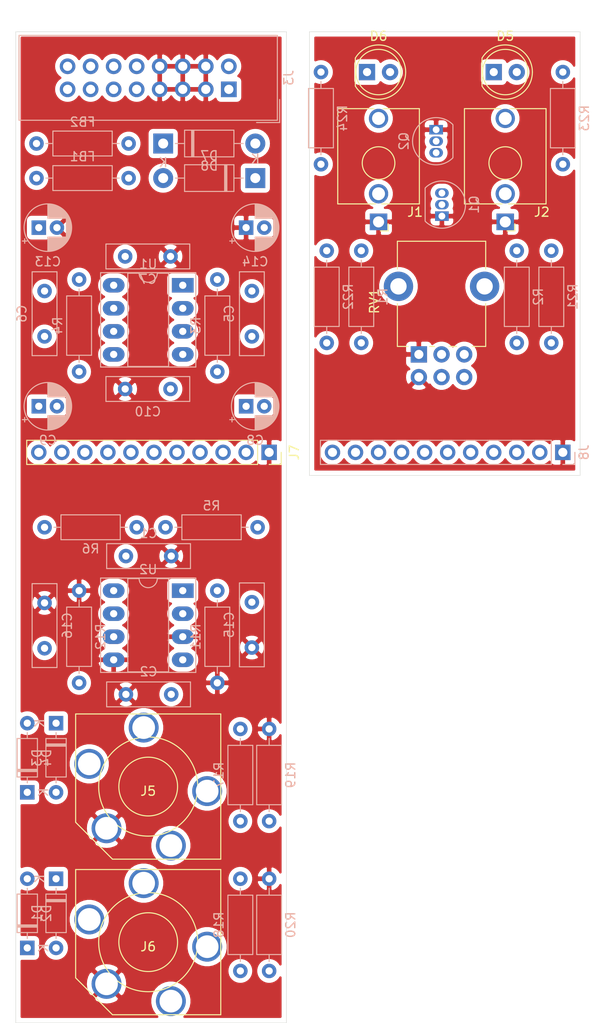
<source format=kicad_pcb>
(kicad_pcb (version 20171130) (host pcbnew "(5.1.2)-2")
  (layers (0 F.Cu signal) (31 B.Cu signal) (34 B.Paste user) (35 F.Paste user) (36 B.SilkS user) (37 F.SilkS user) (38 B.Mask user) (39 F.Mask user) (44 Edge.Cuts user))
  (net 0 "")
  (net 1 +12V)
  (net 2 GND)
  (net 3 -12V)
  (net 4 "Net-(C5-Pad1)")
  (net 5 "Net-(C6-Pad1)")
  (net 6 "Net-(C15-Pad1)")
  (net 7 "Net-(C16-Pad1)")
  (net 8 "Net-(D5-Pad1)")
  (net 9 "Net-(D6-Pad1)")
  (net 10 "Net-(D7-Pad2)")
  (net 11 "Net-(D7-Pad1)")
  (net 12 "Net-(D8-Pad2)")
  (net 13 "Net-(D8-Pad1)")
  (net 14 /IN_L)
  (net 15 "Net-(J1-PadTN)")
  (net 16 /IN_R)
  (net 17 "Net-(J3-Pad14)")
  (net 18 "Net-(J3-Pad13)")
  (net 19 "Net-(J3-Pad12)")
  (net 20 "Net-(J3-Pad11)")
  (net 21 "Net-(Q1-Pad3)")
  (net 22 "Net-(Q1-Pad2)")
  (net 23 "Net-(Q2-Pad3)")
  (net 24 "Net-(Q2-Pad2)")
  (net 25 /B_POT_ML)
  (net 26 "Net-(R5-Pad1)")
  (net 27 /B_POT_MR)
  (net 28 "Net-(R6-Pad1)")
  (net 29 "Net-(J5-PadT)")
  (net 30 "Net-(J6-PadT)")
  (net 31 "Net-(J5-PadR)")
  (net 32 "Net-(J6-PadR)")
  (net 33 /A_POT_ML)
  (net 34 /A_POT_MR)
  (net 35 "Net-(J3-Pad16)")
  (net 36 "Net-(J3-Pad15)")
  (net 37 "Net-(J5-PadRN)")
  (net 38 "Net-(J5-PadTN)")
  (net 39 "Net-(J6-PadRN)")
  (net 40 "Net-(J6-PadTN)")
  (net 41 /+12_PCB_B)
  (net 42 /-12_PCB_B)
  (net 43 /GND_PCB_B)
  (net 44 /B_IN_L)
  (net 45 /B_IN_R)
  (net 46 /A_IN_R)
  (net 47 /A_IN_L)
  (net 48 /B_RAW_ML)
  (net 49 /B_RAW_MR)
  (net 50 "Net-(J7-Pad11)")
  (net 51 "Net-(J7-Pad10)")
  (net 52 "Net-(J8-Pad11)")
  (net 53 "Net-(J8-Pad10)")
  (net 54 /A_RAW_ML)
  (net 55 /A_RAW_MR)
  (module Connector_PinHeader_2.54mm:PinHeader_1x11_P2.54mm_Vertical (layer B.Cu) (at 266.7 80.645 90)
    (fp_text reference J8 (at 0 2.33 90) (layer B.SilkS) (effects (justify mirror)))
    (fp_text value Conn_01x011_Male)
    (pad 11 thru_hole oval (at 0 -25.4 90) (size 1.7 1.7) (drill 1) (layers *.Cu *.Mask) (net 52 "Net-(J8-Pad11)"))
    (pad 10 thru_hole oval (at 0 -22.86 90) (size 1.7 1.7) (drill 1) (layers *.Cu *.Mask) (net 53 "Net-(J8-Pad10)"))
    (pad 9 thru_hole oval (at 0 -20.32 90) (size 1.7 1.7) (drill 1) (layers *.Cu *.Mask) (net 55 /A_RAW_MR))
    (pad 8 thru_hole oval (at 0 -17.78 90) (size 1.7 1.7) (drill 1) (layers *.Cu *.Mask) (net 54 /A_RAW_ML))
    (pad 7 thru_hole oval (at 0 -15.24 90) (size 1.7 1.7) (drill 1) (layers *.Cu *.Mask) (net 41 /+12_PCB_B))
    (pad 6 thru_hole oval (at 0 -12.7 90) (size 1.7 1.7) (drill 1) (layers *.Cu *.Mask) (net 42 /-12_PCB_B))
    (pad 5 thru_hole oval (at 0 -10.16 90) (size 1.7 1.7) (drill 1) (layers *.Cu *.Mask) (net 46 /A_IN_R))
    (pad 4 thru_hole oval (at 0 -7.62 90) (size 1.7 1.7) (drill 1) (layers *.Cu *.Mask) (net 47 /A_IN_L))
    (pad 3 thru_hole oval (at 0 -5.08 90) (size 1.7 1.7) (drill 1) (layers *.Cu *.Mask) (net 34 /A_POT_MR))
    (pad 2 thru_hole oval (at 0 -2.54 90) (size 1.7 1.7) (drill 1) (layers *.Cu *.Mask) (net 33 /A_POT_ML))
    (pad 1 thru_hole rect (at 0 0 90) (size 1.7 1.7) (drill 1) (layers *.Cu *.Mask) (net 43 /GND_PCB_B))
  )
  (module Connector_PinSocket_2.54mm:PinSocket_1x11_P2.54mm_Vertical (layer F.Cu) (at 234.315 80.645 270)
    (fp_text reference J7 (at 0 -2.77 90) (layer F.SilkS))
    (fp_text value Conn_01x11_Female)
    (pad 11 thru_hole oval (at 0 25.4 270) (size 1.7 1.7) (drill 1) (layers *.Cu *.Mask) (net 50 "Net-(J7-Pad11)"))
    (pad 10 thru_hole oval (at 0 22.86 270) (size 1.7 1.7) (drill 1) (layers *.Cu *.Mask) (net 51 "Net-(J7-Pad10)"))
    (pad 9 thru_hole oval (at 0 20.32 270) (size 1.7 1.7) (drill 1) (layers *.Cu *.Mask) (net 49 /B_RAW_MR))
    (pad 8 thru_hole oval (at 0 17.78 270) (size 1.7 1.7) (drill 1) (layers *.Cu *.Mask) (net 48 /B_RAW_ML))
    (pad 7 thru_hole oval (at 0 15.24 270) (size 1.7 1.7) (drill 1) (layers *.Cu *.Mask) (net 1 +12V))
    (pad 6 thru_hole oval (at 0 12.7 270) (size 1.7 1.7) (drill 1) (layers *.Cu *.Mask) (net 3 -12V))
    (pad 5 thru_hole oval (at 0 10.16 270) (size 1.7 1.7) (drill 1) (layers *.Cu *.Mask) (net 45 /B_IN_R))
    (pad 4 thru_hole oval (at 0 7.62 270) (size 1.7 1.7) (drill 1) (layers *.Cu *.Mask) (net 44 /B_IN_L))
    (pad 3 thru_hole oval (at 0 5.08 270) (size 1.7 1.7) (drill 1) (layers *.Cu *.Mask) (net 27 /B_POT_MR))
    (pad 2 thru_hole oval (at 0 2.54 270) (size 1.7 1.7) (drill 1) (layers *.Cu *.Mask) (net 25 /B_POT_ML))
    (pad 1 thru_hole rect (at 0 0 270) (size 1.7 1.7) (drill 1) (layers *.Cu *.Mask) (net 2 GND))
  )
  (module Potentiometer_THT:Potentiometer_Alpha_RD902F-40-00D_Dual_Vertical_CircularHoles (layer F.Cu) (at 250.825 69.85 90)
    (fp_text reference RV1 (at 5.87 -4.9 270) (layer F.SilkS))
    (fp_text value 100k)
    (pad 1 thru_hole rect (at 0 0 180) (size 1.8 1.8) (drill 1) (layers *.Cu *.Mask) (net 43 /GND_PCB_B))
    (pad 2 thru_hole circle (at 0 2.5 180) (size 1.8 1.8) (drill 1) (layers *.Cu *.Mask) (net 33 /A_POT_ML))
    (pad 3 thru_hole circle (at 0 5 180) (size 1.8 1.8) (drill 1) (layers *.Cu *.Mask) (net 54 /A_RAW_ML))
    (pad "" thru_hole circle (at 7.5 7.25 180) (size 3.24 3.24) (drill 1.8) (layers *.Cu *.Mask))
    (pad "" thru_hole circle (at 7.5 -2.25 180) (size 3.24 3.24) (drill 1.8) (layers *.Cu *.Mask))
    (pad 6 thru_hole circle (at -2.5 5 180) (size 1.8 1.8) (drill 1) (layers *.Cu *.Mask) (net 55 /A_RAW_MR))
    (pad 5 thru_hole circle (at -2.5 2.5 180) (size 1.8 1.8) (drill 1) (layers *.Cu *.Mask) (net 34 /A_POT_MR))
    (pad 4 thru_hole circle (at -2.5 0 180) (size 1.8 1.8) (drill 1) (layers *.Cu *.Mask) (net 43 /GND_PCB_B))
  )
  (module Package_DIP:DIP-8_W7.62mm_Socket_LongPads (layer B.Cu) (at 224.79 95.885 180)
    (fp_text reference U2 (at 3.81 2.33) (layer B.SilkS) (effects (justify mirror)))
    (fp_text value TL072)
    (pad 8 thru_hole oval (at 7.62 0 180) (size 2.4 1.6) (drill 0.8) (layers *.Cu *.Mask) (net 1 +12V))
    (pad 4 thru_hole oval (at 0 -7.62 180) (size 2.4 1.6) (drill 0.8) (layers *.Cu *.Mask) (net 3 -12V))
    (pad 7 thru_hole oval (at 7.62 -2.54 180) (size 2.4 1.6) (drill 0.8) (layers *.Cu *.Mask) (net 6 "Net-(C15-Pad1)"))
    (pad 3 thru_hole oval (at 0 -5.08 180) (size 2.4 1.6) (drill 0.8) (layers *.Cu *.Mask) (net 2 GND))
    (pad 6 thru_hole oval (at 7.62 -5.08 180) (size 2.4 1.6) (drill 0.8) (layers *.Cu *.Mask) (net 28 "Net-(R6-Pad1)"))
    (pad 2 thru_hole oval (at 0 -2.54 180) (size 2.4 1.6) (drill 0.8) (layers *.Cu *.Mask) (net 26 "Net-(R5-Pad1)"))
    (pad 5 thru_hole oval (at 7.62 -7.62 180) (size 2.4 1.6) (drill 0.8) (layers *.Cu *.Mask) (net 2 GND))
    (pad 1 thru_hole rect (at 0 0 180) (size 2.4 1.6) (drill 0.8) (layers *.Cu *.Mask) (net 7 "Net-(C16-Pad1)"))
  )
  (module Package_DIP:DIP-8_W7.62mm_Socket_LongPads (layer B.Cu) (at 224.79 62.23 180)
    (fp_text reference U1 (at 3.81 2.33) (layer B.SilkS) (effects (justify mirror)))
    (fp_text value TL072)
    (pad 8 thru_hole oval (at 7.62 0 180) (size 2.4 1.6) (drill 0.8) (layers *.Cu *.Mask) (net 1 +12V))
    (pad 4 thru_hole oval (at 0 -7.62 180) (size 2.4 1.6) (drill 0.8) (layers *.Cu *.Mask) (net 3 -12V))
    (pad 7 thru_hole oval (at 7.62 -2.54 180) (size 2.4 1.6) (drill 0.8) (layers *.Cu *.Mask) (net 5 "Net-(C6-Pad1)"))
    (pad 3 thru_hole oval (at 0 -5.08 180) (size 2.4 1.6) (drill 0.8) (layers *.Cu *.Mask) (net 43 /GND_PCB_B))
    (pad 6 thru_hole oval (at 7.62 -5.08 180) (size 2.4 1.6) (drill 0.8) (layers *.Cu *.Mask) (net 45 /B_IN_R))
    (pad 2 thru_hole oval (at 0 -2.54 180) (size 2.4 1.6) (drill 0.8) (layers *.Cu *.Mask) (net 44 /B_IN_L))
    (pad 5 thru_hole oval (at 7.62 -7.62 180) (size 2.4 1.6) (drill 0.8) (layers *.Cu *.Mask) (net 43 /GND_PCB_B))
    (pad 1 thru_hole rect (at 0 0 180) (size 2.4 1.6) (drill 0.8) (layers *.Cu *.Mask) (net 4 "Net-(C5-Pad1)"))
  )
  (module Resistor_THT:R_Axial_DIN0207_L6.3mm_D2.5mm_P10.16mm_Horizontal (layer B.Cu) (at 240.03 48.895 90)
    (fp_text reference R24 (at 5.08 2.37 270) (layer B.SilkS) (effects (justify mirror)))
    (fp_text value 1k)
    (pad 2 thru_hole oval (at 10.16 0 90) (size 1.6 1.6) (drill 0.8) (layers *.Cu *.Mask) (net 9 "Net-(D6-Pad1)"))
    (pad 1 thru_hole circle (at 0 0 90) (size 1.6 1.6) (drill 0.8) (layers *.Cu *.Mask) (net 23 "Net-(Q2-Pad3)"))
  )
  (module Resistor_THT:R_Axial_DIN0207_L6.3mm_D2.5mm_P10.16mm_Horizontal (layer B.Cu) (at 266.7 48.895 90)
    (fp_text reference R23 (at 5.08 2.37 270) (layer B.SilkS) (effects (justify mirror)))
    (fp_text value 1k)
    (pad 2 thru_hole oval (at 10.16 0 90) (size 1.6 1.6) (drill 0.8) (layers *.Cu *.Mask) (net 8 "Net-(D5-Pad1)"))
    (pad 1 thru_hole circle (at 0 0 90) (size 1.6 1.6) (drill 0.8) (layers *.Cu *.Mask) (net 21 "Net-(Q1-Pad3)"))
  )
  (module Resistor_THT:R_Axial_DIN0207_L6.3mm_D2.5mm_P10.16mm_Horizontal (layer B.Cu) (at 240.665 68.58 90)
    (fp_text reference R22 (at 5.08 2.37 270) (layer B.SilkS) (effects (justify mirror)))
    (fp_text value 100k)
    (pad 2 thru_hole oval (at 10.16 0 90) (size 1.6 1.6) (drill 0.8) (layers *.Cu *.Mask) (net 14 /IN_L))
    (pad 1 thru_hole circle (at 0 0 90) (size 1.6 1.6) (drill 0.8) (layers *.Cu *.Mask) (net 24 "Net-(Q2-Pad2)"))
  )
  (module Resistor_THT:R_Axial_DIN0207_L6.3mm_D2.5mm_P10.16mm_Horizontal (layer B.Cu) (at 265.43 68.58 90)
    (fp_text reference R21 (at 5.08 2.37 270) (layer B.SilkS) (effects (justify mirror)))
    (fp_text value 100k)
    (pad 2 thru_hole oval (at 10.16 0 90) (size 1.6 1.6) (drill 0.8) (layers *.Cu *.Mask) (net 16 /IN_R))
    (pad 1 thru_hole circle (at 0 0 90) (size 1.6 1.6) (drill 0.8) (layers *.Cu *.Mask) (net 22 "Net-(Q1-Pad2)"))
  )
  (module Resistor_THT:R_Axial_DIN0207_L6.3mm_D2.5mm_P10.16mm_Horizontal (layer B.Cu) (at 234.315 137.795 90)
    (fp_text reference R20 (at 5.08 2.37 90) (layer B.SilkS) (effects (justify mirror)))
    (fp_text value 1k)
    (pad 2 thru_hole oval (at 10.16 0 90) (size 1.6 1.6) (drill 0.8) (layers *.Cu *.Mask) (net 2 GND))
    (pad 1 thru_hole circle (at 0 0 90) (size 1.6 1.6) (drill 0.8) (layers *.Cu *.Mask) (net 32 "Net-(J6-PadR)"))
  )
  (module Resistor_THT:R_Axial_DIN0207_L6.3mm_D2.5mm_P10.16mm_Horizontal (layer B.Cu) (at 234.315 121.285 90)
    (fp_text reference R19 (at 5.08 2.37 90) (layer B.SilkS) (effects (justify mirror)))
    (fp_text value 1k)
    (pad 2 thru_hole oval (at 10.16 0 90) (size 1.6 1.6) (drill 0.8) (layers *.Cu *.Mask) (net 2 GND))
    (pad 1 thru_hole circle (at 0 0 90) (size 1.6 1.6) (drill 0.8) (layers *.Cu *.Mask) (net 31 "Net-(J5-PadR)"))
  )
  (module Resistor_THT:R_Axial_DIN0207_L6.3mm_D2.5mm_P10.16mm_Horizontal (layer B.Cu) (at 231.14 127.635 270)
    (fp_text reference R18 (at 5.08 2.37 90) (layer B.SilkS) (effects (justify mirror)))
    (fp_text value 1k)
    (pad 2 thru_hole oval (at 10.16 0 270) (size 1.6 1.6) (drill 0.8) (layers *.Cu *.Mask) (net 6 "Net-(C15-Pad1)"))
    (pad 1 thru_hole circle (at 0 0 270) (size 1.6 1.6) (drill 0.8) (layers *.Cu *.Mask) (net 30 "Net-(J6-PadT)"))
  )
  (module Resistor_THT:R_Axial_DIN0207_L6.3mm_D2.5mm_P10.16mm_Horizontal (layer B.Cu) (at 231.14 111.125 270)
    (fp_text reference R17 (at 5.08 2.37 90) (layer B.SilkS) (effects (justify mirror)))
    (fp_text value 1k)
    (pad 2 thru_hole oval (at 10.16 0 270) (size 1.6 1.6) (drill 0.8) (layers *.Cu *.Mask) (net 7 "Net-(C16-Pad1)"))
    (pad 1 thru_hole circle (at 0 0 270) (size 1.6 1.6) (drill 0.8) (layers *.Cu *.Mask) (net 29 "Net-(J5-PadT)"))
  )
  (module Resistor_THT:R_Axial_DIN0207_L6.3mm_D2.5mm_P10.16mm_Horizontal (layer B.Cu) (at 213.36 106.045 90)
    (fp_text reference R12 (at 5.08 2.37 90) (layer B.SilkS) (effects (justify mirror)))
    (fp_text value 10k)
    (pad 2 thru_hole oval (at 10.16 0 90) (size 1.6 1.6) (drill 0.8) (layers *.Cu *.Mask) (net 2 GND))
    (pad 1 thru_hole circle (at 0 0 90) (size 1.6 1.6) (drill 0.8) (layers *.Cu *.Mask) (net 7 "Net-(C16-Pad1)"))
  )
  (module Resistor_THT:R_Axial_DIN0207_L6.3mm_D2.5mm_P10.16mm_Horizontal (layer B.Cu) (at 228.6 95.885 270)
    (fp_text reference R11 (at 5.08 2.37 90) (layer B.SilkS) (effects (justify mirror)))
    (fp_text value 10k)
    (pad 2 thru_hole oval (at 10.16 0 270) (size 1.6 1.6) (drill 0.8) (layers *.Cu *.Mask) (net 2 GND))
    (pad 1 thru_hole circle (at 0 0 270) (size 1.6 1.6) (drill 0.8) (layers *.Cu *.Mask) (net 6 "Net-(C15-Pad1)"))
  )
  (module Resistor_THT:R_Axial_DIN0207_L6.3mm_D2.5mm_P10.16mm_Horizontal (layer B.Cu) (at 209.55 88.9)
    (fp_text reference R6 (at 5.08 2.37) (layer B.SilkS) (effects (justify mirror)))
    (fp_text value 10k)
    (pad 2 thru_hole oval (at 10.16 0) (size 1.6 1.6) (drill 0.8) (layers *.Cu *.Mask) (net 27 /B_POT_MR))
    (pad 1 thru_hole circle (at 0 0) (size 1.6 1.6) (drill 0.8) (layers *.Cu *.Mask) (net 28 "Net-(R6-Pad1)"))
  )
  (module Resistor_THT:R_Axial_DIN0207_L6.3mm_D2.5mm_P10.16mm_Horizontal (layer B.Cu) (at 233.045 88.9 180)
    (fp_text reference R5 (at 5.08 2.37) (layer B.SilkS) (effects (justify mirror)))
    (fp_text value 10k)
    (pad 2 thru_hole oval (at 10.16 0 180) (size 1.6 1.6) (drill 0.8) (layers *.Cu *.Mask) (net 25 /B_POT_ML))
    (pad 1 thru_hole circle (at 0 0 180) (size 1.6 1.6) (drill 0.8) (layers *.Cu *.Mask) (net 26 "Net-(R5-Pad1)"))
  )
  (module Resistor_THT:R_Axial_DIN0207_L6.3mm_D2.5mm_P10.16mm_Horizontal (layer B.Cu) (at 213.36 61.595 270)
    (fp_text reference R4 (at 5.08 2.37 90) (layer B.SilkS) (effects (justify mirror)))
    (fp_text value 39k)
    (pad 2 thru_hole oval (at 10.16 0 270) (size 1.6 1.6) (drill 0.8) (layers *.Cu *.Mask) (net 45 /B_IN_R))
    (pad 1 thru_hole circle (at 0 0 270) (size 1.6 1.6) (drill 0.8) (layers *.Cu *.Mask) (net 5 "Net-(C6-Pad1)"))
  )
  (module Resistor_THT:R_Axial_DIN0207_L6.3mm_D2.5mm_P10.16mm_Horizontal (layer B.Cu) (at 228.6 61.595 270)
    (fp_text reference R3 (at 5.08 2.37 90) (layer B.SilkS) (effects (justify mirror)))
    (fp_text value 39k)
    (pad 2 thru_hole oval (at 10.16 0 270) (size 1.6 1.6) (drill 0.8) (layers *.Cu *.Mask) (net 44 /B_IN_L))
    (pad 1 thru_hole circle (at 0 0 270) (size 1.6 1.6) (drill 0.8) (layers *.Cu *.Mask) (net 4 "Net-(C5-Pad1)"))
  )
  (module Resistor_THT:R_Axial_DIN0207_L6.3mm_D2.5mm_P10.16mm_Horizontal (layer B.Cu) (at 261.62 68.58 90)
    (fp_text reference R2 (at 5.08 2.37 90) (layer B.SilkS) (effects (justify mirror)))
    (fp_text value 100k)
    (pad 2 thru_hole oval (at 10.16 0 90) (size 1.6 1.6) (drill 0.8) (layers *.Cu *.Mask) (net 16 /IN_R))
    (pad 1 thru_hole circle (at 0 0 90) (size 1.6 1.6) (drill 0.8) (layers *.Cu *.Mask) (net 46 /A_IN_R))
  )
  (module Resistor_THT:R_Axial_DIN0207_L6.3mm_D2.5mm_P10.16mm_Horizontal (layer B.Cu) (at 244.475 68.58 90)
    (fp_text reference R1 (at 5.08 2.37 90) (layer B.SilkS) (effects (justify mirror)))
    (fp_text value 100k)
    (pad 2 thru_hole oval (at 10.16 0 90) (size 1.6 1.6) (drill 0.8) (layers *.Cu *.Mask) (net 14 /IN_L))
    (pad 1 thru_hole circle (at 0 0 90) (size 1.6 1.6) (drill 0.8) (layers *.Cu *.Mask) (net 47 /A_IN_L))
  )
  (module Package_TO_SOT_THT:TO-92_Inline (layer B.Cu) (at 252.73 45.085 270)
    (fp_text reference Q2 (at 1.27 3.56 90) (layer B.SilkS) (effects (justify mirror)))
    (fp_text value 2N3904)
    (pad 1 thru_hole rect (at 0 0 270) (size 1.05 1.5) (drill 0.75) (layers *.Cu *.Mask) (net 43 /GND_PCB_B))
    (pad 3 thru_hole oval (at 2.54 0 270) (size 1.05 1.5) (drill 0.75) (layers *.Cu *.Mask) (net 23 "Net-(Q2-Pad3)"))
    (pad 2 thru_hole oval (at 1.27 0 270) (size 1.05 1.5) (drill 0.75) (layers *.Cu *.Mask) (net 24 "Net-(Q2-Pad2)"))
  )
  (module Package_TO_SOT_THT:TO-92_Inline (layer B.Cu) (at 253.365 54.61 90)
    (fp_text reference Q1 (at 1.27 3.56 90) (layer B.SilkS) (effects (justify mirror)))
    (fp_text value 2N3904)
    (pad 1 thru_hole rect (at 0 0 90) (size 1.05 1.5) (drill 0.75) (layers *.Cu *.Mask) (net 43 /GND_PCB_B))
    (pad 3 thru_hole oval (at 2.54 0 90) (size 1.05 1.5) (drill 0.75) (layers *.Cu *.Mask) (net 21 "Net-(Q1-Pad3)"))
    (pad 2 thru_hole oval (at 1.27 0 90) (size 1.05 1.5) (drill 0.75) (layers *.Cu *.Mask) (net 22 "Net-(Q1-Pad2)"))
  )
  (module mod_synth:WQP-PJ612A-A (layer F.Cu) (at 220.98 134.62)
    (fp_text reference J6 (at 0 0.5) (layer F.SilkS))
    (fp_text value "R OUT")
    (pad RN thru_hole circle (at 2.5 6.5) (size 3.3 3.3) (drill 2.5) (layers *.Cu *.Mask) (net 39 "Net-(J6-PadRN)"))
    (pad TN thru_hole circle (at -6.5 -2.5) (size 3.3 3.3) (drill 2.5) (layers *.Cu *.Mask) (net 40 "Net-(J6-PadTN)"))
    (pad R thru_hole circle (at 6.5 0.5) (size 3.3 3.3) (drill 2.5) (layers *.Cu *.Mask) (net 32 "Net-(J6-PadR)"))
    (pad T thru_hole circle (at -0.5 -6.5) (size 3.3 3.3) (drill 2.5) (layers *.Cu *.Mask) (net 30 "Net-(J6-PadT)"))
    (pad S thru_hole circle (at -4.59619 4.59619) (size 3.3 3.3) (drill 2.5) (layers *.Cu *.Mask) (net 2 GND))
  )
  (module mod_synth:WQP-PJ612A-A (layer F.Cu) (at 220.98 117.475)
    (fp_text reference J5 (at 0 0.5) (layer F.SilkS))
    (fp_text value "L OUT")
    (pad RN thru_hole circle (at 2.5 6.5) (size 3.3 3.3) (drill 2.5) (layers *.Cu *.Mask) (net 37 "Net-(J5-PadRN)"))
    (pad TN thru_hole circle (at -6.5 -2.5) (size 3.3 3.3) (drill 2.5) (layers *.Cu *.Mask) (net 38 "Net-(J5-PadTN)"))
    (pad R thru_hole circle (at 6.5 0.5) (size 3.3 3.3) (drill 2.5) (layers *.Cu *.Mask) (net 31 "Net-(J5-PadR)"))
    (pad T thru_hole circle (at -0.5 -6.5) (size 3.3 3.3) (drill 2.5) (layers *.Cu *.Mask) (net 29 "Net-(J5-PadT)"))
    (pad S thru_hole circle (at -4.59619 4.59619) (size 3.3 3.3) (drill 2.5) (layers *.Cu *.Mask) (net 2 GND))
  )
  (module Connector_IDC:IDC-Header_2x08_P2.54mm_Vertical (layer B.Cu) (at 229.87 40.64 90)
    (fp_text reference J3 (at 1.27 6.604 90) (layer B.SilkS) (effects (justify mirror)))
    (fp_text value Conn_02x08_Odd_Even)
    (pad 16 thru_hole oval (at 2.54 -17.78 90) (size 1.7272 1.7272) (drill 1.016) (layers *.Cu *.Mask) (net 35 "Net-(J3-Pad16)"))
    (pad 15 thru_hole oval (at 0 -17.78 90) (size 1.7272 1.7272) (drill 1.016) (layers *.Cu *.Mask) (net 36 "Net-(J3-Pad15)"))
    (pad 14 thru_hole oval (at 2.54 -15.24 90) (size 1.7272 1.7272) (drill 1.016) (layers *.Cu *.Mask) (net 17 "Net-(J3-Pad14)"))
    (pad 13 thru_hole oval (at 0 -15.24 90) (size 1.7272 1.7272) (drill 1.016) (layers *.Cu *.Mask) (net 18 "Net-(J3-Pad13)"))
    (pad 12 thru_hole oval (at 2.54 -12.7 90) (size 1.7272 1.7272) (drill 1.016) (layers *.Cu *.Mask) (net 19 "Net-(J3-Pad12)"))
    (pad 11 thru_hole oval (at 0 -12.7 90) (size 1.7272 1.7272) (drill 1.016) (layers *.Cu *.Mask) (net 20 "Net-(J3-Pad11)"))
    (pad 10 thru_hole oval (at 2.54 -10.16 90) (size 1.7272 1.7272) (drill 1.016) (layers *.Cu *.Mask) (net 12 "Net-(D8-Pad2)"))
    (pad 9 thru_hole oval (at 0 -10.16 90) (size 1.7272 1.7272) (drill 1.016) (layers *.Cu *.Mask) (net 12 "Net-(D8-Pad2)"))
    (pad 8 thru_hole oval (at 2.54 -7.62 90) (size 1.7272 1.7272) (drill 1.016) (layers *.Cu *.Mask) (net 2 GND))
    (pad 7 thru_hole oval (at 0 -7.62 90) (size 1.7272 1.7272) (drill 1.016) (layers *.Cu *.Mask) (net 2 GND))
    (pad 6 thru_hole oval (at 2.54 -5.08 90) (size 1.7272 1.7272) (drill 1.016) (layers *.Cu *.Mask) (net 2 GND))
    (pad 5 thru_hole oval (at 0 -5.08 90) (size 1.7272 1.7272) (drill 1.016) (layers *.Cu *.Mask) (net 2 GND))
    (pad 4 thru_hole oval (at 2.54 -2.54 90) (size 1.7272 1.7272) (drill 1.016) (layers *.Cu *.Mask) (net 2 GND))
    (pad 3 thru_hole oval (at 0 -2.54 90) (size 1.7272 1.7272) (drill 1.016) (layers *.Cu *.Mask) (net 2 GND))
    (pad 2 thru_hole oval (at 2.54 0 90) (size 1.7272 1.7272) (drill 1.016) (layers *.Cu *.Mask) (net 11 "Net-(D7-Pad1)"))
    (pad 1 thru_hole rect (at 0 0 90) (size 1.7272 1.7272) (drill 1.016) (layers *.Cu *.Mask) (net 11 "Net-(D7-Pad1)"))
  )
  (module Connector_Audio:Jack_3.5mm_QingPu_WQP-PJ398SM_Vertical_CircularHoles (layer F.Cu) (at 260.35 55.245 180)
    (fp_text reference J2 (at -4.03 1.08 180) (layer F.SilkS))
    (fp_text value "R IN")
    (pad T thru_hole circle (at 0 11.4) (size 2.13 2.13) (drill 1.43) (layers *.Cu *.Mask) (net 16 /IN_R))
    (pad S thru_hole rect (at 0 0) (size 1.93 1.83) (drill 1.22) (layers *.Cu *.Mask) (net 43 /GND_PCB_B))
    (pad TN thru_hole circle (at 0 3.1) (size 2.13 2.13) (drill 1.42) (layers *.Cu *.Mask) (net 14 /IN_L))
  )
  (module Connector_Audio:Jack_3.5mm_QingPu_WQP-PJ398SM_Vertical_CircularHoles (layer F.Cu) (at 246.38 55.245 180)
    (fp_text reference J1 (at -4.03 1.08 180) (layer F.SilkS))
    (fp_text value "L IN")
    (pad T thru_hole circle (at 0 11.4) (size 2.13 2.13) (drill 1.43) (layers *.Cu *.Mask) (net 14 /IN_L))
    (pad S thru_hole rect (at 0 0) (size 1.93 1.83) (drill 1.22) (layers *.Cu *.Mask) (net 43 /GND_PCB_B))
    (pad TN thru_hole circle (at 0 3.1) (size 2.13 2.13) (drill 1.42) (layers *.Cu *.Mask) (net 15 "Net-(J1-PadTN)"))
  )
  (module Resistor_THT:R_Axial_DIN0207_L6.3mm_D2.5mm_P10.16mm_Horizontal (layer B.Cu) (at 218.821 46.609 180)
    (fp_text reference FB2 (at 5.08 2.37 180) (layer B.SilkS) (effects (justify mirror)))
    (fp_text value Ferrite_Bead)
    (pad 2 thru_hole oval (at 10.16 0 180) (size 1.6 1.6) (drill 0.8) (layers *.Cu *.Mask) (net 1 +12V))
    (pad 1 thru_hole circle (at 0 0 180) (size 1.6 1.6) (drill 0.8) (layers *.Cu *.Mask) (net 13 "Net-(D8-Pad1)"))
  )
  (module Resistor_THT:R_Axial_DIN0207_L6.3mm_D2.5mm_P10.16mm_Horizontal (layer B.Cu) (at 218.821 50.419 180)
    (fp_text reference FB1 (at 5.08 2.37) (layer B.SilkS) (effects (justify mirror)))
    (fp_text value Ferrite_Bead)
    (pad 2 thru_hole oval (at 10.16 0 180) (size 1.6 1.6) (drill 0.8) (layers *.Cu *.Mask) (net 3 -12V))
    (pad 1 thru_hole circle (at 0 0 180) (size 1.6 1.6) (drill 0.8) (layers *.Cu *.Mask) (net 10 "Net-(D7-Pad2)"))
  )
  (module Diode_THT:D_DO-41_SOD81_P10.16mm_Horizontal (layer B.Cu) (at 222.631 46.609)
    (fp_text reference D8 (at 5.08 2.47 180) (layer B.SilkS) (effects (justify mirror)))
    (fp_text value 1N5817)
    (fp_text user K (at 0 2.1 180) (layer B.SilkS) (effects (justify mirror)))
    (pad 2 thru_hole oval (at 10.16 0) (size 2.2 2.2) (drill 1.1) (layers *.Cu *.Mask) (net 12 "Net-(D8-Pad2)"))
    (pad 1 thru_hole rect (at 0 0) (size 2.2 2.2) (drill 1.1) (layers *.Cu *.Mask) (net 13 "Net-(D8-Pad1)"))
  )
  (module Diode_THT:D_DO-41_SOD81_P10.16mm_Horizontal (layer B.Cu) (at 232.791 50.419 180)
    (fp_text reference D7 (at 5.08 2.47 180) (layer B.SilkS) (effects (justify mirror)))
    (fp_text value 1N5817)
    (fp_text user K (at 0 2.1 180) (layer B.SilkS) (effects (justify mirror)))
    (pad 2 thru_hole oval (at 10.16 0 180) (size 2.2 2.2) (drill 1.1) (layers *.Cu *.Mask) (net 10 "Net-(D7-Pad2)"))
    (pad 1 thru_hole rect (at 0 0 180) (size 2.2 2.2) (drill 1.1) (layers *.Cu *.Mask) (net 11 "Net-(D7-Pad1)"))
  )
  (module LED_THT:LED_D5.0mm (layer F.Cu) (at 245.11 38.735)
    (fp_text reference D6 (at 1.27 -3.96) (layer F.SilkS))
    (fp_text value LED)
    (pad 2 thru_hole circle (at 2.54 0) (size 1.8 1.8) (drill 0.9) (layers *.Cu *.Mask) (net 41 /+12_PCB_B))
    (pad 1 thru_hole rect (at 0 0) (size 1.8 1.8) (drill 0.9) (layers *.Cu *.Mask) (net 9 "Net-(D6-Pad1)"))
  )
  (module LED_THT:LED_D5.0mm (layer F.Cu) (at 259.08 38.735)
    (fp_text reference D5 (at 1.27 -3.96) (layer F.SilkS))
    (fp_text value LED)
    (pad 2 thru_hole circle (at 2.54 0) (size 1.8 1.8) (drill 0.9) (layers *.Cu *.Mask) (net 41 /+12_PCB_B))
    (pad 1 thru_hole rect (at 0 0) (size 1.8 1.8) (drill 0.9) (layers *.Cu *.Mask) (net 8 "Net-(D5-Pad1)"))
  )
  (module Diode_THT:D_DO-35_SOD27_P7.62mm_Horizontal (layer B.Cu) (at 207.645 118.11 90)
    (fp_text reference D4 (at 3.81 2.12 270) (layer B.SilkS) (effects (justify mirror)))
    (fp_text value 1N4148)
    (fp_text user K (at 0 1.8 270) (layer B.SilkS) (effects (justify mirror)))
    (pad 2 thru_hole oval (at 7.62 0 90) (size 1.6 1.6) (drill 0.8) (layers *.Cu *.Mask) (net 3 -12V))
    (pad 1 thru_hole rect (at 0 0 90) (size 1.6 1.6) (drill 0.8) (layers *.Cu *.Mask) (net 7 "Net-(C16-Pad1)"))
  )
  (module Diode_THT:D_DO-35_SOD27_P7.62mm_Horizontal (layer B.Cu) (at 210.82 110.49 270)
    (fp_text reference D3 (at 3.81 2.12 270) (layer B.SilkS) (effects (justify mirror)))
    (fp_text value 1N4148)
    (fp_text user K (at 0 1.8 270) (layer B.SilkS) (effects (justify mirror)))
    (pad 2 thru_hole oval (at 7.62 0 270) (size 1.6 1.6) (drill 0.8) (layers *.Cu *.Mask) (net 7 "Net-(C16-Pad1)"))
    (pad 1 thru_hole rect (at 0 0 270) (size 1.6 1.6) (drill 0.8) (layers *.Cu *.Mask) (net 1 +12V))
  )
  (module Diode_THT:D_DO-35_SOD27_P7.62mm_Horizontal (layer B.Cu) (at 207.645 135.255 90)
    (fp_text reference D2 (at 3.81 2.12 270) (layer B.SilkS) (effects (justify mirror)))
    (fp_text value 1N4148)
    (fp_text user K (at 0 1.8 270) (layer B.SilkS) (effects (justify mirror)))
    (pad 2 thru_hole oval (at 7.62 0 90) (size 1.6 1.6) (drill 0.8) (layers *.Cu *.Mask) (net 3 -12V))
    (pad 1 thru_hole rect (at 0 0 90) (size 1.6 1.6) (drill 0.8) (layers *.Cu *.Mask) (net 6 "Net-(C15-Pad1)"))
  )
  (module Diode_THT:D_DO-35_SOD27_P7.62mm_Horizontal (layer B.Cu) (at 210.82 127.635 270)
    (fp_text reference D1 (at 3.81 2.12 270) (layer B.SilkS) (effects (justify mirror)))
    (fp_text value 1N4148)
    (fp_text user K (at 0 1.8 270) (layer B.SilkS) (effects (justify mirror)))
    (pad 2 thru_hole oval (at 7.62 0 270) (size 1.6 1.6) (drill 0.8) (layers *.Cu *.Mask) (net 6 "Net-(C15-Pad1)"))
    (pad 1 thru_hole rect (at 0 0 270) (size 1.6 1.6) (drill 0.8) (layers *.Cu *.Mask) (net 1 +12V))
  )
  (module Capacitor_THT:C_Disc_D9.0mm_W2.5mm_P5.00mm (layer B.Cu) (at 209.55 102.235 90)
    (fp_text reference C16 (at 2.5 2.5 90) (layer B.SilkS) (effects (justify mirror)))
    (fp_text value 10pf)
    (pad 2 thru_hole circle (at 5 0 90) (size 1.6 1.6) (drill 0.8) (layers *.Cu *.Mask) (net 2 GND))
    (pad 1 thru_hole circle (at 0 0 90) (size 1.6 1.6) (drill 0.8) (layers *.Cu *.Mask) (net 7 "Net-(C16-Pad1)"))
  )
  (module Capacitor_THT:C_Disc_D9.0mm_W2.5mm_P5.00mm (layer B.Cu) (at 232.41 97.155 270)
    (fp_text reference C15 (at 2.5 2.5 90) (layer B.SilkS) (effects (justify mirror)))
    (fp_text value 10pf)
    (pad 2 thru_hole circle (at 5 0 270) (size 1.6 1.6) (drill 0.8) (layers *.Cu *.Mask) (net 2 GND))
    (pad 1 thru_hole circle (at 0 0 270) (size 1.6 1.6) (drill 0.8) (layers *.Cu *.Mask) (net 6 "Net-(C15-Pad1)"))
  )
  (module Capacitor_THT:CP_Radial_D5.0mm_P2.00mm (layer B.Cu) (at 231.775 55.88)
    (fp_text reference C14 (at 1 3.75) (layer B.SilkS) (effects (justify mirror)))
    (fp_text value 10uf)
    (pad 2 thru_hole circle (at 2 0) (size 1.6 1.6) (drill 0.8) (layers *.Cu *.Mask) (net 3 -12V))
    (pad 1 thru_hole rect (at 0 0) (size 1.6 1.6) (drill 0.8) (layers *.Cu *.Mask) (net 2 GND))
  )
  (module Capacitor_THT:CP_Radial_D5.0mm_P2.00mm (layer B.Cu) (at 208.915 55.88)
    (fp_text reference C13 (at 1 3.75) (layer B.SilkS) (effects (justify mirror)))
    (fp_text value 10uf)
    (pad 2 thru_hole circle (at 2 0) (size 1.6 1.6) (drill 0.8) (layers *.Cu *.Mask) (net 2 GND))
    (pad 1 thru_hole rect (at 0 0) (size 1.6 1.6) (drill 0.8) (layers *.Cu *.Mask) (net 1 +12V))
  )
  (module Capacitor_THT:C_Disc_D9.0mm_W2.5mm_P5.00mm (layer B.Cu) (at 218.44 73.66)
    (fp_text reference C10 (at 2.5 2.5) (layer B.SilkS) (effects (justify mirror)))
    (fp_text value 100nf)
    (pad 2 thru_hole circle (at 5 0) (size 1.6 1.6) (drill 0.8) (layers *.Cu *.Mask) (net 1 +12V))
    (pad 1 thru_hole circle (at 0 0) (size 1.6 1.6) (drill 0.8) (layers *.Cu *.Mask) (net 2 GND))
  )
  (module Capacitor_THT:CP_Radial_D5.0mm_P2.00mm (layer B.Cu) (at 208.915 75.565)
    (fp_text reference C9 (at 1 3.75) (layer B.SilkS) (effects (justify mirror)))
    (fp_text value 10uf)
    (pad 2 thru_hole circle (at 2 0) (size 1.6 1.6) (drill 0.8) (layers *.Cu *.Mask) (net 49 /B_RAW_MR))
    (pad 1 thru_hole rect (at 0 0) (size 1.6 1.6) (drill 0.8) (layers *.Cu *.Mask) (net 5 "Net-(C6-Pad1)"))
  )
  (module Capacitor_THT:CP_Radial_D5.0mm_P2.00mm (layer B.Cu) (at 231.775 75.565)
    (fp_text reference C8 (at 1 3.75 180) (layer B.SilkS) (effects (justify mirror)))
    (fp_text value 10uf)
    (pad 2 thru_hole circle (at 2 0) (size 1.6 1.6) (drill 0.8) (layers *.Cu *.Mask) (net 48 /B_RAW_ML))
    (pad 1 thru_hole rect (at 0 0) (size 1.6 1.6) (drill 0.8) (layers *.Cu *.Mask) (net 4 "Net-(C5-Pad1)"))
  )
  (module Capacitor_THT:C_Disc_D9.0mm_W2.5mm_P5.00mm (layer B.Cu) (at 218.44 59.055)
    (fp_text reference C7 (at 2.5 2.5) (layer B.SilkS) (effects (justify mirror)))
    (fp_text value 100nf)
    (pad 2 thru_hole circle (at 5 0) (size 1.6 1.6) (drill 0.8) (layers *.Cu *.Mask) (net 2 GND))
    (pad 1 thru_hole circle (at 0 0) (size 1.6 1.6) (drill 0.8) (layers *.Cu *.Mask) (net 3 -12V))
  )
  (module Capacitor_THT:C_Disc_D9.0mm_W2.5mm_P5.00mm (layer B.Cu) (at 209.55 62.865 270)
    (fp_text reference C6 (at 2.5 2.5 90) (layer B.SilkS) (effects (justify mirror)))
    (fp_text value 10pf)
    (pad 2 thru_hole circle (at 5 0 270) (size 1.6 1.6) (drill 0.8) (layers *.Cu *.Mask) (net 45 /B_IN_R))
    (pad 1 thru_hole circle (at 0 0 270) (size 1.6 1.6) (drill 0.8) (layers *.Cu *.Mask) (net 5 "Net-(C6-Pad1)"))
  )
  (module Capacitor_THT:C_Disc_D9.0mm_W2.5mm_P5.00mm (layer B.Cu) (at 232.41 62.865 270)
    (fp_text reference C5 (at 2.5 2.5 90) (layer B.SilkS) (effects (justify mirror)))
    (fp_text value 10pf)
    (pad 2 thru_hole circle (at 5 0 270) (size 1.6 1.6) (drill 0.8) (layers *.Cu *.Mask) (net 44 /B_IN_L))
    (pad 1 thru_hole circle (at 0 0 270) (size 1.6 1.6) (drill 0.8) (layers *.Cu *.Mask) (net 4 "Net-(C5-Pad1)"))
  )
  (module Capacitor_THT:C_Disc_D9.0mm_W2.5mm_P5.00mm (layer B.Cu) (at 223.52 107.315 180)
    (fp_text reference C2 (at 2.5 2.5) (layer B.SilkS) (effects (justify mirror)))
    (fp_text value 100nf)
    (pad 2 thru_hole circle (at 5 0 180) (size 1.6 1.6) (drill 0.8) (layers *.Cu *.Mask) (net 2 GND))
    (pad 1 thru_hole circle (at 0 0 180) (size 1.6 1.6) (drill 0.8) (layers *.Cu *.Mask) (net 3 -12V))
  )
  (module Capacitor_THT:C_Disc_D9.0mm_W2.5mm_P5.00mm (layer B.Cu) (at 223.52 92.075 180)
    (fp_text reference C1 (at 2.5 2.5) (layer B.SilkS) (effects (justify mirror)))
    (fp_text value 100nf)
    (pad 2 thru_hole circle (at 5 0 180) (size 1.6 1.6) (drill 0.8) (layers *.Cu *.Mask) (net 1 +12V))
    (pad 1 thru_hole circle (at 0 0 180) (size 1.6 1.6) (drill 0.8) (layers *.Cu *.Mask) (net 2 GND))
  )
  (gr_line (start 238.76 83.185) (end 238.76 34.29) (layer Edge.Cuts) (width 0.05))
  (gr_line (start 268.605 83.185) (end 238.76 83.185) (layer Edge.Cuts) (width 0.05))
  (gr_line (start 268.605 34.29) (end 268.605 83.185) (layer Edge.Cuts) (width 0.05))
  (gr_line (start 238.76 34.29) (end 268.605 34.29) (layer Edge.Cuts) (width 0.05))
  (gr_line (start 206.375 143.51) (end 206.375 34.29) (layer Edge.Cuts) (width 0.05))
  (gr_line (start 236.22 143.51) (end 206.375 143.51) (layer Edge.Cuts) (width 0.05))
  (gr_line (start 236.22 34.29) (end 236.22 143.51) (layer Edge.Cuts) (width 0.05))
  (gr_line (start 206.375 34.29) (end 236.22 34.29) (layer Edge.Cuts) (width 0.05))
  (zone (net 2) (net_name GND) (layer F.Cu) (connect_pads (clearance 0.508)) (min_thickness 0.254) (fill yes (arc_segments 32) (thermal_gap 0.508) (thermal_bridge_width 0.508))
    (polygon (pts (xy 206.375 34.29) (xy 236.22 34.29) (xy 236.22 143.51) (xy 206.375 143.51)))
  )
  (zone (net 43) (net_name /GND_PCB_B) (layer F.Cu) (connect_pads (clearance 0.508)) (min_thickness 0.254) (fill yes (arc_segments 32) (thermal_gap 0.508) (thermal_bridge_width 0.508))
    (polygon (pts (xy 238.76 34.29) (xy 268.605 34.29) (xy 268.605 83.185) (xy 238.76 83.185)))
  )
)
</source>
